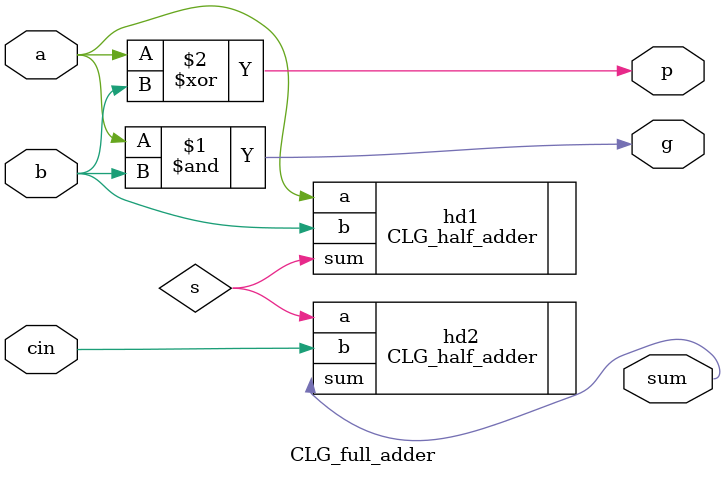
<source format=v>
module CLG_full_adder(a, b, cin, g, p, sum);
	input a, b, cin;
	wire s;
	output g, p, sum;
	
	and(g, a, b);
	xor(p, a, b);
	CLG_half_adder hd1(.a(a), .b(b), .sum(s));
	CLG_half_adder hd2(.a(s), .b(cin), .sum(sum));
endmodule
</source>
